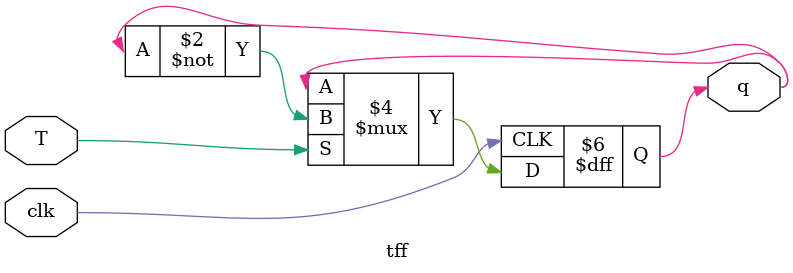
<source format=v>
module tff (
    input clk,
    input T,
    output reg q
);

    always @(posedge clk)begin
        if(T)
            q <= ~q;
            else
            q <= q;
    end
endmodule
</source>
